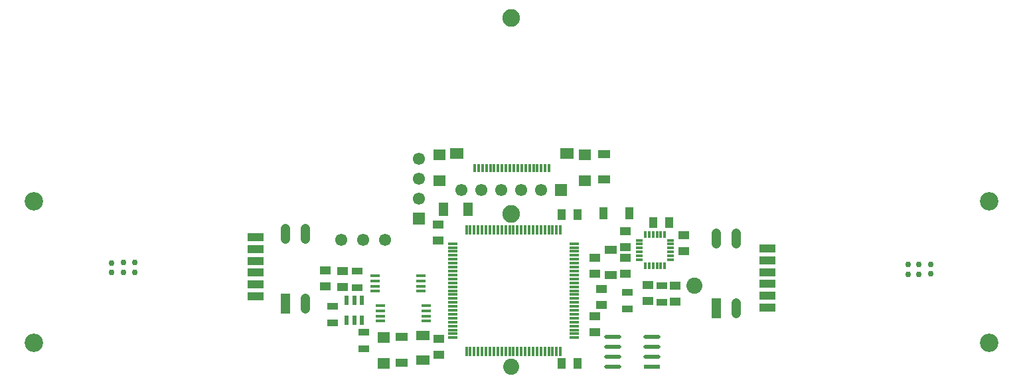
<source format=gts>
G04*
G04 #@! TF.GenerationSoftware,Altium Limited,Altium Designer,21.3.2 (30)*
G04*
G04 Layer_Color=8388736*
%FSLAX43Y43*%
%MOMM*%
G71*
G04*
G04 #@! TF.SameCoordinates,D2857377-26F3-40FA-A733-DB4AB64D2130*
G04*
G04*
G04 #@! TF.FilePolarity,Negative*
G04*
G01*
G75*
%ADD19R,0.300X1.200*%
%ADD21R,1.200X0.300*%
%ADD39R,0.351X1.051*%
%ADD40R,0.601X1.251*%
%ADD41R,1.118X1.575*%
%ADD42R,1.626X1.321*%
%ADD43R,1.575X1.118*%
%ADD44R,2.151X0.551*%
%ADD45O,2.151X0.551*%
%ADD46R,1.321X1.067*%
%ADD47R,2.051X1.051*%
%ADD48R,1.321X0.940*%
%ADD49R,1.251X0.401*%
%ADD50R,1.067X1.321*%
%ADD51R,0.841X0.311*%
%ADD52R,0.311X0.841*%
%ADD53R,1.701X1.351*%
%ADD54R,1.676X1.245*%
%ADD55O,1.251X2.551*%
%ADD56R,1.251X2.551*%
%ADD57R,1.245X1.676*%
%ADD58C,1.551*%
%ADD59C,2.051*%
%ADD60C,2.251*%
%ADD61C,2.351*%
%ADD62C,2.351*%
%ADD63C,0.751*%
%ADD64R,1.551X1.551*%
%ADD65R,1.551X1.551*%
D19*
X56700Y67900D02*
D03*
X56200D02*
D03*
X64700Y52400D02*
D03*
X64200D02*
D03*
X63700D02*
D03*
X63200D02*
D03*
X62700D02*
D03*
X62200D02*
D03*
X61700D02*
D03*
X61200D02*
D03*
X60700D02*
D03*
X60200D02*
D03*
X59700D02*
D03*
X59200D02*
D03*
X58700D02*
D03*
X58200D02*
D03*
X57700D02*
D03*
X57200D02*
D03*
X56700D02*
D03*
X56200D02*
D03*
X55700D02*
D03*
X55200D02*
D03*
X54700D02*
D03*
X54200D02*
D03*
X53700D02*
D03*
X53200D02*
D03*
X52700Y67900D02*
D03*
X53200D02*
D03*
X53700D02*
D03*
X54200D02*
D03*
X54700D02*
D03*
X55200D02*
D03*
X55700D02*
D03*
X57200D02*
D03*
X57700D02*
D03*
X58200D02*
D03*
X58700D02*
D03*
X59200D02*
D03*
X59700D02*
D03*
X60200D02*
D03*
X60700D02*
D03*
X61200D02*
D03*
X61700D02*
D03*
X62200D02*
D03*
X62700D02*
D03*
X63200D02*
D03*
X63700D02*
D03*
X64200D02*
D03*
X64700D02*
D03*
X52700Y52400D02*
D03*
D21*
X66450Y62650D02*
D03*
X50950Y54150D02*
D03*
Y54650D02*
D03*
Y55150D02*
D03*
Y55650D02*
D03*
Y56150D02*
D03*
Y56650D02*
D03*
Y57150D02*
D03*
Y57650D02*
D03*
Y58150D02*
D03*
Y58650D02*
D03*
Y59150D02*
D03*
Y59650D02*
D03*
Y60150D02*
D03*
Y60650D02*
D03*
Y61150D02*
D03*
Y61650D02*
D03*
Y62150D02*
D03*
Y62650D02*
D03*
Y63150D02*
D03*
Y63650D02*
D03*
Y64150D02*
D03*
Y64650D02*
D03*
Y65150D02*
D03*
Y65650D02*
D03*
Y66150D02*
D03*
X66450D02*
D03*
Y65650D02*
D03*
Y65150D02*
D03*
Y64650D02*
D03*
Y64150D02*
D03*
Y63650D02*
D03*
Y63150D02*
D03*
Y62150D02*
D03*
Y61650D02*
D03*
Y61150D02*
D03*
Y60650D02*
D03*
Y60150D02*
D03*
Y59650D02*
D03*
Y59150D02*
D03*
Y58650D02*
D03*
Y58150D02*
D03*
Y57650D02*
D03*
Y57150D02*
D03*
Y56650D02*
D03*
Y56150D02*
D03*
Y55650D02*
D03*
Y55150D02*
D03*
Y54650D02*
D03*
Y54150D02*
D03*
D39*
X56750Y75750D02*
D03*
X56250D02*
D03*
X53750D02*
D03*
X54250D02*
D03*
X54750D02*
D03*
X57250D02*
D03*
X57750D02*
D03*
X59250D02*
D03*
X59750D02*
D03*
X63250D02*
D03*
X62750D02*
D03*
X62250D02*
D03*
X61750D02*
D03*
X61250D02*
D03*
X60750D02*
D03*
X60250D02*
D03*
X58750D02*
D03*
X58250D02*
D03*
X55750D02*
D03*
X55250D02*
D03*
D40*
X38400Y58950D02*
D03*
X37450D02*
D03*
X39350D02*
D03*
Y56350D02*
D03*
X38400D02*
D03*
X37450D02*
D03*
D41*
X73450Y70050D02*
D03*
X70198D02*
D03*
D42*
X67850Y77500D02*
D03*
Y74198D02*
D03*
X49250Y74148D02*
D03*
Y77450D02*
D03*
X42150Y54200D02*
D03*
Y50898D02*
D03*
D43*
X70250Y74298D02*
D03*
Y77550D02*
D03*
X71100Y62148D02*
D03*
Y65400D02*
D03*
X44450Y51000D02*
D03*
Y54252D02*
D03*
D44*
X76400Y50460D02*
D03*
D45*
Y51730D02*
D03*
Y53000D02*
D03*
Y54270D02*
D03*
X71400Y50460D02*
D03*
Y51730D02*
D03*
Y53000D02*
D03*
Y54270D02*
D03*
D46*
X69050Y54868D02*
D03*
Y56900D02*
D03*
X36900Y62650D02*
D03*
Y60618D02*
D03*
X34700Y60700D02*
D03*
Y62732D02*
D03*
X80450Y65218D02*
D03*
Y67250D02*
D03*
X72950Y65718D02*
D03*
Y67750D02*
D03*
X69050Y62318D02*
D03*
Y64350D02*
D03*
X79350Y58718D02*
D03*
Y60750D02*
D03*
X75850Y58868D02*
D03*
Y60900D02*
D03*
X72950Y64382D02*
D03*
Y62350D02*
D03*
X69900Y58350D02*
D03*
Y60382D02*
D03*
X49100Y68550D02*
D03*
Y66518D02*
D03*
X49150Y51950D02*
D03*
Y53982D02*
D03*
D47*
X25850Y59450D02*
D03*
Y60950D02*
D03*
Y62450D02*
D03*
Y63950D02*
D03*
Y65450D02*
D03*
Y66950D02*
D03*
X91050Y65500D02*
D03*
Y64000D02*
D03*
Y62500D02*
D03*
Y61000D02*
D03*
Y59500D02*
D03*
Y58000D02*
D03*
D48*
X35650Y58164D02*
D03*
Y56005D02*
D03*
X38800Y62664D02*
D03*
Y60505D02*
D03*
X39600Y52704D02*
D03*
Y54863D02*
D03*
X77600Y58654D02*
D03*
Y60813D02*
D03*
X73200Y57786D02*
D03*
Y59945D02*
D03*
D49*
X47575Y56275D02*
D03*
Y56925D02*
D03*
Y57575D02*
D03*
Y58225D02*
D03*
X41725D02*
D03*
Y57575D02*
D03*
Y56925D02*
D03*
Y56275D02*
D03*
X46875Y60075D02*
D03*
Y60725D02*
D03*
Y61375D02*
D03*
Y62025D02*
D03*
X41025D02*
D03*
Y61375D02*
D03*
Y60725D02*
D03*
Y60075D02*
D03*
D50*
X78600Y68850D02*
D03*
X76568D02*
D03*
X66900Y50850D02*
D03*
X64868D02*
D03*
X66850Y69850D02*
D03*
X64818D02*
D03*
D51*
X74780Y64080D02*
D03*
Y64580D02*
D03*
Y65080D02*
D03*
Y65580D02*
D03*
Y66080D02*
D03*
Y66580D02*
D03*
X78720D02*
D03*
Y66080D02*
D03*
Y65580D02*
D03*
Y65080D02*
D03*
Y64580D02*
D03*
Y64080D02*
D03*
D52*
X75500Y67300D02*
D03*
X76000D02*
D03*
X76500D02*
D03*
X77000D02*
D03*
X77500D02*
D03*
X78000D02*
D03*
Y63360D02*
D03*
X77500D02*
D03*
X77000D02*
D03*
X76500D02*
D03*
X76000D02*
D03*
X75500D02*
D03*
D53*
X65525Y77650D02*
D03*
X51475D02*
D03*
D54*
X47150Y51314D02*
D03*
Y54438D02*
D03*
D55*
X29660Y67350D02*
D03*
X32200D02*
D03*
Y58500D02*
D03*
X84550Y66800D02*
D03*
X87090D02*
D03*
Y57950D02*
D03*
D56*
X29660Y58500D02*
D03*
X84550Y57950D02*
D03*
D57*
X49764Y70550D02*
D03*
X52888D02*
D03*
D58*
X42350Y66600D02*
D03*
X36750D02*
D03*
X39550D02*
D03*
X46650Y76990D02*
D03*
Y74450D02*
D03*
Y71910D02*
D03*
X62230Y73000D02*
D03*
X59690D02*
D03*
X57150D02*
D03*
X54610D02*
D03*
X52070D02*
D03*
D59*
X81750Y60750D02*
D03*
X58400Y50450D02*
D03*
D60*
X58450Y94950D02*
D03*
Y69950D02*
D03*
D61*
X119400Y71500D02*
D03*
Y53500D02*
D03*
D62*
X-2500D02*
D03*
Y71500D02*
D03*
D63*
X109028Y63485D02*
D03*
Y62215D02*
D03*
X110425Y63485D02*
D03*
Y62215D02*
D03*
X111949Y63485D02*
D03*
Y62342D02*
D03*
X10397Y62515D02*
D03*
Y63785D02*
D03*
X9000Y62515D02*
D03*
Y63785D02*
D03*
X7476Y62515D02*
D03*
Y63658D02*
D03*
D64*
X46650Y69370D02*
D03*
D65*
X64770Y73000D02*
D03*
M02*

</source>
